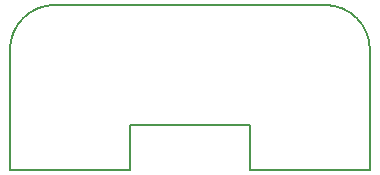
<source format=gko>
G04 #@! TF.FileFunction,Profile,NP*
%FSLAX46Y46*%
G04 Gerber Fmt 4.6, Leading zero omitted, Abs format (unit mm)*
G04 Created by KiCad (PCBNEW 4.0.0-rc2-stable) date 12/02/15 20:29:02*
%MOMM*%
G01*
G04 APERTURE LIST*
%ADD10C,0.100000*%
%ADD11C,0.150000*%
G04 APERTURE END LIST*
D10*
D11*
X162560000Y-90170000D02*
X152400000Y-90170000D01*
X172720000Y-90170000D02*
X182880000Y-90170000D01*
X172720000Y-86360000D02*
X172720000Y-90170000D01*
X167640000Y-86360000D02*
X172720000Y-86360000D01*
X162560000Y-86360000D02*
X162560000Y-90170000D01*
X167640000Y-86360000D02*
X162560000Y-86360000D01*
X156210000Y-76200000D02*
X179070000Y-76200000D01*
X152400000Y-80010000D02*
X152400000Y-90170000D01*
X182880000Y-80010000D02*
X182880000Y-90170000D01*
X182880000Y-80010000D02*
G75*
G03X179070000Y-76200000I-3810000J0D01*
G01*
X156210000Y-76200000D02*
G75*
G03X152400000Y-80010000I0J-3810000D01*
G01*
M02*

</source>
